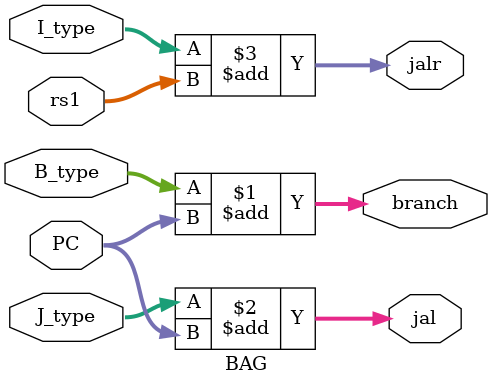
<source format=sv>
`timescale 1ns / 1ps


module BAG(
    input [31:0] PC,
    input [31:0] J_type,
    input [31:0] B_type,
    input [31:0] I_type,
    input [31:0] rs1,

    output [31:0] jal,
    output [31:0] branch,
    output [31:0] jalr
);
    //branch formed by assigning B type immediate to current PC value
    assign branch = B_type + PC;
    //jal formed by assigning J type immediate to current PC value
    assign jal = J_type + PC;
    //jalr formed by assigning I type immediate to rs1
    assign jalr = I_type + rs1;


endmodule

</source>
